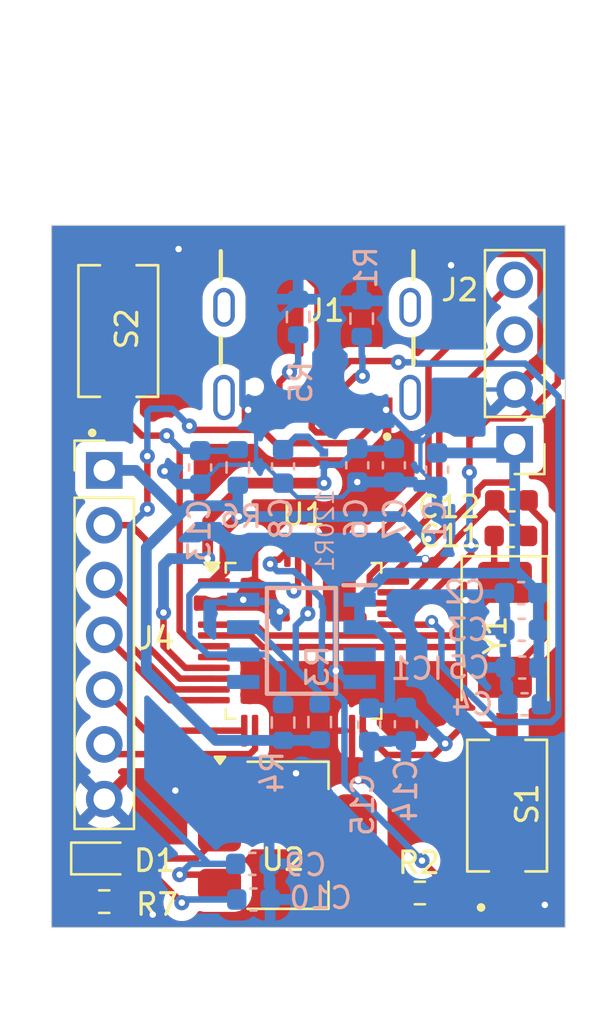
<source format=kicad_pcb>
(kicad_pcb (version 20241229) (generator "pcbnew") (generator_version "9.0")
  (layers (0 "F.Cu" signal) (2 "B.Cu" signal) (13 "F.Paste" user) (15 "B.Paste" user) (5 "F.SilkS" user "F.Silkscreen") (7 "B.SilkS" user "B.Silkscreen") (1 "F.Mask" user) (3 "B.Mask" user) (25 "Edge.Cuts" user))
  (net 0 "")
  (net 1 "Net-(120R1-Pad2)")
  (net 2 "+3.3VA")
  (net 3 "GND")
  (net 4 "+3.3V")
  (net 5 "VBUS")
  (net 6 "Net-(D1-A)")
  (net 7 "/HSE_IN")
  (net 8 "/HSE_OUT")
  (net 9 "/NRST")
  (net 10 "Net-(D1-K)")
  (net 13 "/PB6")
  (net 14 "/PB7")
  (net 15 "/USB_D-")
  (net 16 "SHELL_GND")
  (net 17 "Net-(J1-CC1)")
  (net 18 "SHELL_GND_1")
  (net 20 "Net-(J1-CC2)")
  (net 21 "/USB_D+")
  (net 22 "SHELL_GND_2")
  (net 24 "SHELL_GND_3")
  (net 25 "/SWDIO")
  (net 26 "/SWCLK")
  (net 27 "/PA1")
  (net 28 "/PA2")
  (net 29 "/PA0")
  (net 30 "/PA4")
  (net 31 "/PA3")
  (net 32 "/BOOT0")
  (footprint "Capacitor_SMD:C_0603_1608Metric" (layer "F.Cu") (at 157.625 74.35)
    (property "Reference" "C11")
    (property "Value" "22p")
  )
  (footprint "Resistor_SMD:R_0603_1608Metric" (layer "F.Cu") (at 153.4 90.9)
    (property "Reference" "R2")
    (property "Value" "10k")
  )
  (footprint "Crystal:Crystal_SMD_0603-2Pin_6.0x3.5mm" (layer "F.Cu") (at 157.35 78.7 -90)
    (property "Reference" "Y1")
    (property "Value" "Crystal")
  )
  (footprint "Connector_PinHeader_2.54mm:PinHeader_1x04_P2.54mm_Vertical" (layer "F.Cu") (at 157.8 70.1 180)
    (property "Reference" "J2")
    (property "Value" "SWD_Debugger")
  )
  (footprint "LED_SMD:LED_0603_1608Metric" (layer "F.Cu") (at 138.7 89.3)
    (property "Reference" "D1")
    (property "Value" "LED")
  )
  (footprint "Package_TO_SOT_SMD:SOT-223-3_TabPin2" (layer "F.Cu") (at 147.25 88.225)
    (property "Reference" "U2")
    (property "Value" "AMS1117-3.3")
  )
  (footprint "Package_QFP:LQFP-48_7x7mm_P0.5mm" (layer "F.Cu") (at 148 79.2125)
    (property "Reference" "U1")
    (property "Value" "STM32F103C8T6")
  )
  (footprint "USB_C:GCT_USB4105GFA" (layer "F.Cu") (at 148.63 63.75 180)
    (property "Reference" "J1")
    (property "Value" "USB4105GFA")
  )
  (footprint "Capacitor_SMD:C_0603_1608Metric" (layer "F.Cu") (at 157.65 72.7 180)
    (property "Reference" "C12")
    (property "Value" "22p")
  )
  (footprint "ts09:SW_TS09-63-25-R-160-SMT-TR" (layer "F.Cu") (at 139.4 64.85 90)
    (property "Reference" "S2")
    (property "Value" "TS09")
  )
  (footprint "ts09:SW_TS09-63-25-R-160-SMT-TR" (layer "F.Cu") (at 157.45 86.85 90)
    (property "Reference" "S1")
    (property "Value" "TS09")
  )
  (footprint "Resistor_SMD:R_0603_1608Metric" (layer "F.Cu") (at 138.75 91.3 180)
    (property "Reference" "R7")
    (property "Value" "1k5")
  )
  (footprint "Connector_PinHeader_2.54mm:PinHeader_1x07_P2.54mm_Vertical" (layer "F.Cu") (at 138.75 71.31)
    (property "Reference" "J4")
    (property "Value" "DUMMY_PINS")
  )
  (footprint "Capacitor_SMD:C_0603_1608Metric" (layer "B.Cu") (at 150.49442 71.07442 -90)
    (property "Reference" "C6")
    (property "Value" "10u")
  )
  (footprint "Capacitor_SMD:C_0603_1608Metric" (layer "B.Cu") (at 158.15 80.45 180)
    (property "Reference" "C5")
    (property "Value" "10u")
  )
  (footprint "Capacitor_SMD:C_0603_1608Metric" (layer "B.Cu") (at 152.19442 71.07442 -90)
    (property "Reference" "C7")
    (property "Value" "1u")
  )
  (footprint "Resistor_SMD:R_0603_1608Metric" (layer "B.Cu") (at 147.05 83 90)
    (property "Reference" "R4")
    (property "Value" "4k7")
  )
  (footprint "Capacitor_SMD:C_0603_1608Metric" (layer "B.Cu") (at 158.1 77 180)
    (property "Reference" "C2")
    (property "Value" "100n")
  )
  (footprint "Resistor_SMD:R_0603_1608Metric" (layer "B.Cu") (at 150.7 64.275 90)
    (property "Reference" "R1")
    (property "Value" "5k1")
  )
  (footprint "Resistor_SMD:R_0603_1608Metric" (layer "B.Cu") (at 148.75 82.975 90)
    (property "Reference" "R3")
    (property "Value" "4k7")
  )
  (footprint "Capacitor_SMD:C_0603_1608Metric" (layer "B.Cu") (at 151.05 83.1 -90)
    (property "Reference" "C15")
    (property "Value" "100n")
  )
  (footprint "Capacitor_SMD:C_0603_1608Metric" (layer "B.Cu") (at 145.625 89.55)
    (property "Reference" "C9")
    (property "Value" "22u")
  )
  (footprint "Capacitor_SMD:C_0603_1608Metric" (layer "B.Cu") (at 158.125 78.7 180)
    (property "Reference" "C3")
    (property "Value" "100n")
  )
  (footprint "Resistor_SMD:R_0603_1608Metric" (layer "B.Cu") (at 147.75 64.2 90)
    (property "Reference" "R5")
    (property "Value" "5k1")
  )
  (footprint "Capacitor_SMD:C_0603_1608Metric" (layer "B.Cu") (at 152.75 83.075 -90)
    (property "Reference" "C14")
    (property "Value" "1u")
  )
  (footprint "Resistor_SMD:R_0603_1608Metric" (layer "B.Cu") (at 144.95 71.175 90)
    (property "Reference" "R6")
    (property "Value" "10k")
  )
  (footprint "Capacitor_SMD:C_0603_1608Metric" (layer "B.Cu") (at 158.26 82.15 180)
    (property "Reference" "C4")
    (property "Value" "100n")
  )
  (footprint "ferrite_bead:BEADC0603X33N" (layer "B.Cu") (at 148.94442 70.76842 90)
    (property "Reference" "120R1")
    (property "Value" "FerriteBead")
  )
  (footprint "AS5600:SOIC127P600X175-8N" (layer "B.Cu") (at 147.9 79.2125 180)
    (property "Reference" "IC1")
    (property "Value" "AS5600-ASOT")
  )
  (footprint "Capacitor_SMD:C_0603_1608Metric" (layer "B.Cu") (at 147.05 71.125 -90)
    (property "Reference" "C8")
    (property "Value" "1u")
  )
  (footprint "Capacitor_SMD:C_0603_1608Metric" (layer "B.Cu") (at 145.675 91.2)
    (property "Reference" "C10")
    (property "Value" "22u")
  )
  (footprint "Capacitor_SMD:C_0603_1608Metric" (layer "B.Cu") (at 154.2 71.275 -90)
    (property "Reference" "C1")
    (property "Value" "100n")
  )
  (footprint "Capacitor_SMD:C_0603_1608Metric" (layer "B.Cu") (at 143.2 71.175 -90)
    (property "Reference" "C13")
    (property "Value" "100n")
  )
  (gr_rect (start 136.3 59.95) (end 160.15 92.5) (stroke (width 0.05)) (fill no) (layer "Edge.Cuts"))
  (segment (start 147.65 69.75) (end 148.207 69.75) (width 0.3) (layer "B.Cu") (net 1))
  (segment (start 147.05 70.35) (end 147.65 69.75) (width 0.3) (layer "B.Cu") (net 1))
  (segment (start 148.207 69.75) (end 148.94442 70.48742) (width 0.3) (layer "B.Cu") (net 1))
  (segment (start 141.5 77.9) (end 141.5 79.45) (width 0.3) (layer "F.Cu") (net 2))
  (segment (start 141.5 79.45) (end 142.5125 80.4625) (width 0.3) (layer "F.Cu") (net 2))
  (segment (start 142.5125 80.4625) (end 143.8375 80.4625) (width 0.3) (layer "F.Cu") (net 2))
  (segment (start 143.55 73.65) (end 145.3 71.9) (width 0.5) (layer "F.Cu") (net 2))
  (segment (start 145.3 71.9) (end 148.95 71.9) (width 0.5) (layer "F.Cu") (net 2))
  (segment (start 143.55 75.4) (end 143.55 73.65) (width 0.5) (layer "F.Cu") (net 2))
  (via (at 143.55 75.4) (size 0.7) (drill 0.3) (layers "F.Cu" "B.Cu") (net 2))
  (via (at 141.5 77.9) (size 0.7) (drill 0.3) (layers "F.Cu" "B.Cu") (net 2))
  (via (at 148.95 71.9) (size 0.7) (drill 0.3) (layers "F.Cu" "B.Cu") (net 2))
  (segment (start 141.5 75.7) (end 141.5 77.9) (width 0.5) (layer "B.Cu") (net 2))
  (segment (start 150.49442 70.29942) (end 152.19442 70.29942) (width 0.3) (layer "B.Cu") (net 2))
  (segment (start 143.55 75.4) (end 141.8 75.4) (width 0.5) (layer "B.Cu") (net 2))
  (segment (start 148.94442 71.89442) (end 148.95 71.9) (width 0.3) (layer "B.Cu") (net 2))
  (segment (start 141.8 75.4) (end 141.5 75.7) (width 0.5) (layer "B.Cu") (net 2))
  (segment (start 148.94442 71.04942) (end 148.94442 71.89442) (width 0.3) (layer "B.Cu") (net 2))
  (segment (start 148.94442 71.04942) (end 149.74442 71.04942) (width 0.3) (layer "B.Cu") (net 2))
  (segment (start 149.74442 71.04942) (end 150.49442 70.29942) (width 0.3) (layer "B.Cu") (net 2))
  (segment (start 159.001 61.982529) (end 158.297471 61.279) (width 0.3) (layer "F.Cu") (net 3))
  (segment (start 146.49148 80.6) (end 145.85398 79.9625) (width 0.3) (layer "F.Cu") (net 3))
  (segment (start 149.8 73.05) (end 150.49442 72.35558) (width 0.3) (layer "F.Cu") (net 3))
  (segment (start 150.25 85.372182) (end 150.25 83.375) (width 0.3) (layer "F.Cu") (net 3))
  (segment (start 156.875 72.7) (end 153.65 75.925) (width 0.3) (layer "F.Cu") (net 3))
  (segment (start 151.83 68.505) (end 151.83 70.51384) (width 0.3) (layer "F.Cu") (net 3))
  (segment (start 153.65 75.925) (end 153.65 76.317034) (width 0.3) (layer "F.Cu") (net 3))
  (segment (start 151.83 70.51384) (end 150.49442 71.84942) (width 0.3) (layer "F.Cu") (net 3))
  (segment (start 159.001 66.359) (end 159.001 61.982529) (width 0.3) (layer "F.Cu") (net 3))
  (segment (start 147.75 73.05) (end 149.8 73.05) (width 0.3) (layer "F.Cu") (net 3))
  (segment (start 156.875 72.825) (end 158.4 74.35) (width 0.3) (layer "F.Cu") (net 3))
  (segment (start 153.65 76.317034) (end 153.004534 76.9625) (width 0.3) (layer "F.Cu") (net 3))
  (segment (start 145.85398 79.9625) (end 143.8375 79.9625) (width 0.3) (layer "F.Cu") (net 3))
  (segment (start 145.2 77.3075) (end 145.751 76.7565) (width 0.3) (layer "F.Cu") (net 3))
  (segment (start 149.501 80.6) (end 146.49148 80.6) (width 0.3) (layer "F.Cu") (net 3))
  (segment (start 158.297471 61.279) (end 155.371 61.279) (width 0.3) (layer "F.Cu") (net 3))
  (segment (start 145.75 75.05) (end 147.75 73.05) (width 0.3) (layer "F.Cu") (net 3))
  (segment (start 153.65 75.424) (end 153.65 75.925) (width 0.3) (layer "F.Cu") (net 3))
  (segment (start 153.004534 76.9625) (end 152.1625 76.9625) (width 0.3) (layer "F.Cu") (net 3))
  (segment (start 139.575 91.3) (end 140.4 91.3) (width 0.3) (layer "F.Cu") (net 3))
  (segment (start 155.371 61.279) (end 154.85 61.8) (width 0.3) (layer "F.Cu") (net 3))
  (segment (start 156.875 72.7) (end 156.875 72.825) (width 0.3) (layer "F.Cu") (net 3))
  (segment (start 150.538909 85.661091) (end 150.25 85.372182) (width 0.3) (layer "F.Cu") (net 3))
  (segment (start 140.4 91.3) (end 141 91.9) (width 0.3) (layer "F.Cu") (net 3))
  (segment (start 145.751 76.7565) (end 145.751 75.05) (width 0.3) (layer "F.Cu") (net 3))
  (segment (start 157.8 67.56) (end 159.001 66.359) (width 0.3) (layer "F.Cu") (net 3))
  (segment (start 150.49442 72.35558) (end 150.49442 71.84942) (width 0.3) (layer "F.Cu") (net 3))
  (via (at 141 91.9) (size 0.7) (drill 0.3) (layers "F.Cu" "B.Cu") (net 3))
  (via (at 145.43 68.505) (size 0.4) (drill 0.3) (layers "F.Cu" "B.Cu") (net 3))
  (via (at 150.49442 71.84942) (size 0.7) (drill 0.3) (layers "F.Cu" "B.Cu") (net 3))
  (via (at 151.83 68.505) (size 0.4) (drill 0.3) (layers "F.Cu" "B.Cu") (net 3))
  (via (at 146.9 77.85) (size 0.7) (drill 0.3) (layers "F.Cu" "B.Cu") (net 3))
  (via (at 147.65 85.35) (size 0.7) (drill 0.3) (layers "F.Cu" "B.Cu") (net 3))
  (via (at 141.55 71.35) (size 0.7) (drill 0.3) (layers "F.Cu" "B.Cu") (net 3))
  (via (at 159.2 91.45) (size 0.7) (drill 0.3) (layers "F.Cu" "B.Cu") (net 3))
  (via (at 142.05 86.15) (size 0.7) (drill 0.3) (layers "F.Cu" "B.Cu") (net 3))
  (via (at 155.530025 77.330025) (size 0.7) (drill 0.3) (layers "F.Cu" "B.Cu") (net 3))
  (via (at 150.538909 85.661091) (size 0.4) (drill 0.3) (layers "F.Cu" "B.Cu") (net 3))
  (via (at 154.85 61.8) (size 0.7) (drill 0.3) (layers "F.Cu" "B.Cu") (net 3))
  (via (at 145.2 77.3075) (size 0.4) (drill 0.3) (layers "F.Cu" "B.Cu") (net 3))
  (via (at 149.501 80.6) (size 0.7) (drill 0.3) (layers "F.Cu" "B.Cu") (net 3))
  (via (at 142.2 61.05) (size 0.7) (drill 0.3) (layers "F.Cu" "B.Cu") (net 3))
  (via (at 153.65 75.424) (size 0.4) (drill 0.3) (layers "F.Cu" "B.Cu") (net 3))
  (segment (start 150.7065 75.424) (end 153.65 75.424) (width 0.3) (layer "B.Cu") (net 3))
  (segment (start 150.6 81.1175) (end 150.0185 81.1175) (width 0.3) (layer "B.Cu") (net 3))
  (segment (start 152.19442 71.84942) (end 153.99942 71.84942) (width 0.2) (layer "B.Cu") (net 3))
  (segment (start 157.485 82.15) (end 157.485 80.56) (width 0.3) (layer "B.Cu") (net 3))
  (segment (start 153.99942 71.84942) (end 154.2 72.05) (width 0.2) (layer "B.Cu") (net 3))
  (segment (start 146.45 91.2) (end 146.45 91.15) (width 0.3) (layer "B.Cu") (net 3))
  (segment (start 147.75 63.375) (end 150.625 63.375) (width 0.3) (layer "B.Cu") (net 3))
  (segment (start 155.91489 67.56) (end 157.8 67.56) (width 0.2) (layer "B.Cu") (net 3))
  (segment (start 149.499 80.598) (end 149.499 76.6315) (width 0.3) (layer "B.Cu") (net 3))
  (segment (start 155.86005 77) (end 155.530025 77.330025) (width 0.3) (layer "B.Cu") (net 3))
  (segment (start 145.43 68.505) (end 145.164 68.239) (width 0.3) (layer "B.Cu") (net 3))
  (segment (start 145.164 68.239) (end 145.164 65.961) (width 0.3) (layer "B.Cu") (net 3))
  (segment (start 147.701 72.551) (end 149.79284 72.551) (width 0.2) (layer "B.Cu") (net 3))
  (segment (start 145.43 68.505) (end 145.8 68.875) (width 0.2) (layer "B.Cu") (net 3))
  (segment (start 157.35 77.025) (end 157.325 77) (width 0.3) (layer "B.Cu") (net 3))
  (segment (start 157.325 77) (end 155.86005 77) (width 0.3) (layer "B.Cu") (net 3))
  (segment (start 157.35 78.7) (end 157.35 77.025) (width 0.3) (layer "B.Cu") (net 3))
  (segment (start 153.177089 69.927089) (end 153.477089 69.927089) (width 0.3) (layer "B.Cu") (net 3))
  (segment (start 157.375 80.45) (end 157.375 78.725) (width 0.3) (layer "B.Cu") (net 3))
  (segment (start 145.164 65.961) (end 147.75 63.375) (width 0.3) (layer "B.Cu") (net 3))
  (segment (start 143.2 71.95) (end 142.15 71.95) (width 0.3) (layer "B.Cu") (net 3))
  (segment (start 150.9 85.3) (end 150.9 84.025) (width 0.3) (layer "B.Cu") (net 3))
  (segment (start 145.8 71.05) (end 146.2 71.05) (width 0.2) (layer "B.Cu") (net 3))
  (segment (start 145.2 77.3075) (end 146.3575 77.3075) (width 0.2) (layer "B.Cu") (net 3))
  (segment (start 157.375 78.725) (end 157.35 78.7) (width 0.3) (layer "B.Cu") (net 3))
  (segment (start 146.3575 77.3075) (end 146.9 77.85) (width 0.2) (layer "B.Cu") (net 3))
  (segment (start 153.424 71.274) (end 153.424 70.05089) (width 0.2) (layer "B.Cu") (net 3))
  (segment (start 151.83 68.505) (end 151.83 68.58178) (width 0.3) (layer "B.Cu") (net 3))
  (segment (start 149.499 76.6315) (end 150.7065 75.424) (width 0.3) (layer "B.Cu") (net 3))
  (segment (start 150.625 63.375) (end 150.7 63.45) (width 0.3) (layer "B.Cu") (net 3))
  (segment (start 149.79284 72.551) (end 150.49442 71.84942) (width 0.2) (layer "B.Cu") (net 3))
  (segment (start 144.1 71.05) (end 145.8 71.05) (width 0.2) (layer "B.Cu") (net 3))
  (segment (start 147.05 71.9) (end 147.701 72.551) (width 0.2) (layer "B.Cu") (net 3))
  (segment (start 150.0185 81.1175) (end 149.501 80.6) (width 0.3) (layer "B.Cu") (net 3))
  (segment (start 145.8 68.875) (end 145.8 71.05) (width 0.2) (layer "B.Cu") (net 3))
  (segment (start 149.501 80.6) (end 149.499 80.598) (width 0.3) (layer "B.Cu") (net 3))
  (segment (start 143.2 71.95) (end 144.1 71.05) (width 0.2) (layer "B.Cu") (net 3))
  (segment (start 142.15 71.95) (end 141.55 71.35) (width 0.3) (layer "B.Cu") (net 3))
  (segment (start 150.538909 85.661091) (end 150.9 85.3) (width 0.3) (layer "B.Cu") (net 3))
  (segment (start 152.95 69.7) (end 153.177089 69.927089) (width 0.3) (layer "B.Cu") (net 3))
  (segment (start 152.94822 69.7) (end 152.95 69.7) (width 0.3) (layer "B.Cu") (net 3))
  (segment (start 150.9 84.025) (end 151.05 83.875) (width 0.3) (layer "B.Cu") (net 3))
  (segment (start 157.485 80.56) (end 157.375 80.45) (width 0.3) (layer "B.Cu") (net 3))
  (segment (start 150.49442 71.84942) (end 152.19442 71.84942) (width 0.2) (layer "B.Cu") (net 3))
  (segment (start 146.2 71.05) (end 147.05 71.9) (width 0.2) (layer "B.Cu") (net 3))
  (segment (start 151.83 68.58178) (end 152.94822 69.7) (width 0.3) (layer "B.Cu") (net 3))
  (segment (start 153.424 70.05089) (end 155.91489 67.56) (width 0.2) (layer "B.Cu") (net 3))
  (segment (start 154.2 72.05) (end 153.424 71.274) (width 0.2) (layer "B.Cu") (net 3))
  (segment (start 155.45 83.1) (end 157.45 83.1) (width 0.3) (layer "F.Cu") (net 4))
  (segment (start 145 73.45) (end 144.35 74.1) (width 0.5) (layer "F.Cu") (net 4))
  (segment (start 144.35 74.1) (end 144.35 74.7) (width 0.5) (layer "F.Cu") (net 4))
  (segment (start 156.074 72.205178) (end 156.405178 71.874) (width 0.3) (layer "F.Cu") (net 4))
  (segment (start 154.060411 74.489589) (end 156.074 72.476) (width 0.3) (layer "F.Cu") (net 4))
  (segment (start 153.789589 74.489589) (end 154.060411 74.489589) (width 0.3) (layer "F.Cu") (net 4))
  (segment (start 143.8375 76.4625) (end 144.35 75.95) (width 0.5) (layer "F.Cu") (net 4))
  (segment (start 144.35 74.95) (end 144.35 74.7) (width 0.5) (layer "F.Cu") (net 4))
  (segment (start 157.8 71.65) (end 157.8 70.1) (width 0.3) (layer "F.Cu") (net 4))
  (segment (start 152.1625 76.4625) (end 152.1625 76.116678) (width 0.3) (layer "F.Cu") (net 4))
  (segment (start 154.05 84.5) (end 154.575 83.975) (width 0.3) (layer "F.Cu") (net 4))
  (segment (start 144.35 74.95) (end 145.149 74.95) (width 0.5) (layer "F.Cu") (net 4))
  (segment (start 152.1625 76.116678) (end 153.789589 74.489589) (width 0.3) (layer "F.Cu") (net 4))
  (segment (start 151.875 84.5) (end 154.05 84.5) (width 0.3) (layer "F.Cu") (net 4))
  (segment (start 156.074 72.476) (end 156.074 72.205178) (width 0.3) (layer "F.Cu") (net 4))
  (segment (start 157.576 71.874) (end 157.8 71.65) (width 0.3) (layer "F.Cu") (net 4))
  (segment (start 154.575 83.975) (end 155.45 83.1) (width 0.3) (layer "F.Cu") (net 4))
  (segment (start 156.405178 71.874) (end 157.576 71.874) (width 0.3) (layer "F.Cu") (net 4))
  (segment (start 145.149 74.95) (end 145.149 75.05) (width 0.5) (layer "F.Cu") (net 4))
  (segment (start 144.35 75.95) (end 144.35 74.95) (width 0.5) (layer "F.Cu") (net 4))
  (segment (start 150.75 83.375) (end 151.875 84.5) (width 0.3) (layer "F.Cu") (net 4))
  (via (at 154.575 83.975) (size 0.7) (drill 0.3) (layers "F.Cu" "B.Cu") (net 4))
  (via (at 145 73.45) (size 0.7) (drill 0.3) (layers "F.Cu" "B.Cu") (net 4))
  (via (at 153.789589 74.489589) (size 0.7) (drill 0.3) (layers "F.Cu" "B.Cu") (net 4))
  (segment (start 157.8 75.9) (end 157.8 70.1) (width 0.5) (layer "B.Cu") (net 4))
  (segment (start 150.6 77.3075) (end 150.6 78.5775) (width 0.5) (layer "B.Cu") (net 4))
  (segment (start 144.95 73.4) (end 145 73.45) (width 0.3) (layer "B.Cu") (net 4))
  (segment (start 152.75 82.3) (end 152.9 82.3) (width 0.5) (layer "B.Cu") (net 4))
  (segment (start 152 79.2705) (end 152 82.325) (width 0.5) (layer "B.Cu") (net 4))
  (segment (start 150.6 78.5775) (end 151.307 78.5775) (width 0.5) (layer "B.Cu") (net 4))
  (segment (start 140.7 80.6) (end 140.7 74.9) (width 0.5) (layer "B.Cu") (net 4))
  (segment (start 153.789589 74.489589) (end 152.75 73.45) (width 0.5) (layer "B.Cu") (net 4))
  (segment (start 158.9 77.025) (end 158.875 77) (width 0.5) (layer "B.Cu") (net 4))
  (segment (start 144.95 72) (end 144.95 72.95) (width 0.5) (layer "B.Cu") (net 4))
  (segment (start 152 82.325) (end 152.725 82.325) (width 0.5) (layer "B.Cu") (net 4))
  (segment (start 152.75 73.45) (end 145 73.45) (width 0.5) (layer "B.Cu") (net 4))
  (segment (start 143.925 83.825) (end 140.7 80.6) (width 0.5) (layer "B.Cu") (net 4))
  (segment (start 151.307 78.5775) (end 152 79.2705) (width 0.5) (layer "B.Cu") (net 4))
  (segment (start 158.9 78.7) (end 158.9 77.025) (width 0.5) (layer "B.Cu") (net 4))
  (segment (start 144.95 72.95) (end 144.95 73.4) (width 0.5) (layer "B.Cu") (net 4))
  (segment (start 147.05 83.825) (end 143.925 83.825) (width 0.5) (layer "B.Cu") (net 4))
  (segment (start 142.65 72.95) (end 144.95 72.95) (width 0.5) (layer "B.Cu") (net 4))
  (segment (start 150.6 77.3075) (end 151.8335 76.074) (width 0.5) (layer "B.Cu") (net 4))
  (segment (start 151.05 82.325) (end 152 82.325) (width 0.5) (layer "B.Cu") (net 4))
  (segment (start 158.925 80.45) (end 158.925 78.725) (width 0.5) (layer "B.Cu") (net 4))
  (segment (start 154.2 70.5) (end 157.4 70.5) (width 0.5) (layer "B.Cu") (net 4))
  (segment (start 144.95 72) (end 144.8 72) (width 0.3) (layer "B.Cu") (net 4))
  (segment (start 140.7 74.9) (end 142.25 73.35) (width 0.5) (layer "B.Cu") (net 4))
  (segment (start 140.21 71.31) (end 142.25 73.35) (width 0.5) (layer "B.Cu") (net 4))
  (segment (start 158.875 76.975) (end 157.974 76.074) (width 0.5) (layer "B.Cu") (net 4))
  (segment (start 159.035 80.56) (end 158.925 80.45) (width 0.5) (layer "B.Cu") (net 4))
  (segment (start 152.9 82.3) (end 154.575 83.975) (width 0.5) (layer "B.Cu") (net 4))
  (segment (start 151.8335 76.074) (end 157.974 76.074) (width 0.5) (layer "B.Cu") (net 4))
  (segment (start 138.75 71.31) (end 140.21 71.31) (width 0.5) (layer "B.Cu") (net 4))
  (segment (start 152.725 82.325) (end 152.75 82.3) (width 0.5) (layer "B.Cu") (net 4))
  (segment (start 157.974 76.074) (end 157.8 75.9) (width 0.5) (layer "B.Cu") (net 4))
  (segment (start 142.25 73.35) (end 142.65 72.95) (width 0.5) (layer "B.Cu") (net 4))
  (segment (start 158.925 78.725) (end 158.9 78.7) (width 0.5) (layer "B.Cu") (net 4))
  (segment (start 148.725 83.825) (end 148.75 83.8) (width 0.5) (layer "B.Cu") (net 4))
  (segment (start 158.875 77) (end 158.875 76.975) (width 0.5) (layer "B.Cu") (net 4))
  (segment (start 147.05 83.825) (end 148.725 83.825) (width 0.5) (layer "B.Cu") (net 4))
  (segment (start 159.035 82.15) (end 159.035 80.56) (width 0.5) (layer "B.Cu") (net 4))
  (segment (start 157.4 70.5) (end 157.8 70.1) (width 0.5) (layer "B.Cu") (net 4))
  (segment (start 142.881 69.431) (end 146.081 69.431) (width 0.3) (layer "F.Cu") (net 5))
  (segment (start 146.23 69.282) (end 146.23 68.505) (width 0.3) (layer "F.Cu") (net 5))
  (segment (start 150.36 70.05) (end 151.03 69.38) (width 0.3) (layer "F.Cu") (net 5))
  (segment (start 140.75 73.1) (end 140.75 70.65) (width 0.3) (layer "F.Cu") (net 5))
  (segment (start 146.081 69.431) (end 146.7 70.05) (width 0.3) (layer "F.Cu") (net 5))
  (segment (start 146.7 70.05) (end 150.36 70.05) (width 0.3) (layer "F.Cu") (net 5))
  (segment (start 143.625 90.05) (end 144.1 90.525) (width 0.3) (layer "F.Cu") (net 5))
  (segment (start 142.7 69.25) (end 142.881 69.431) (width 0.3) (layer "F.Cu") (net 5))
  (segment (start 151.03 69.38) (end 151.03 68.505) (width 0.3) (layer "F.Cu") (net 5))
  (segment (start 146.081 69.431) (end 146.23 69.282) (width 0.3) (layer "F.Cu") (net 5))
  (segment (start 142.25 90.05) (end 143.625 90.05) (width 0.3) (layer "F.Cu") (net 5))
  (via (at 142.7 69.25) (size 0.7) (drill 0.3) (layers "F.Cu" "B.Cu") (net 5))
  (via (at 140.75 73.1) (size 0.7) (drill 0.3) (layers "F.Cu" "B.Cu") (net 5))
  (via (at 142.25 90.05) (size 0.7) (drill 0.3) (layers "F.Cu" "B.Cu") (net 5))
  (via (at 140.75 70.65) (size 0.7) (drill 0.3) (layers "F.Cu" "B.Cu") (net 5))
  (segment (start 144.85 89.55) (end 143.6 89.55) (width 0.3) (layer "B.Cu") (net 5))
  (segment (start 143.6 89.55) (end 142.75 89.55) (width 0.3) (layer "B.Cu") (net 5))
  (segment (start 143.6 89.55) (end 139.951 85.901) (width 0.3) (layer "B.Cu") (net 5))
  (segment (start 140.75 68.6) (end 140.9 68.45) (width 0.3) (layer "B.Cu") (net 5))
  (segment (start 139.951 85.901) (end 139.951 73.899) (width 0.3) (layer "B.Cu") (net 5))
  (segment (start 140.75 70.65) (end 140.75 68.6) (width 0.3) (layer "B.Cu") (net 5))
  (segment (start 140.9 68.45) (end 141.9 68.45) (width 0.3) (layer "B.Cu") (net 5))
  (segment (start 141.9 68.45) (end 142.7 69.25) (width 0.3) (layer "B.Cu") (net 5))
  (segment (start 142.75 89.55) (end 142.25 90.05) (width 0.3) (layer "B.Cu") (net 5))
  (segment (start 139.951 73.899) (end 140.75 73.1) (width 0.3) (layer "B.Cu") (net 5))
  (segment (start 143.025 89.3) (end 144.1 88.225) (width 0.3) (layer "F.Cu") (net 6))
  (segment (start 139.4875 89.3) (end 141.25 89.3) (width 0.3) (layer "F.Cu") (net 6))
  (segment (start 141.25 90.25) (end 141.25 89.3) (width 0.3) (layer "F.Cu") (net 6))
  (segment (start 142.35 91.35) (end 141.25 90.25) (width 0.3) (layer "F.Cu") (net 6))
  (segment (start 150.4 88.225) (end 144.1 88.225) (width 0.3) (layer "F.Cu") (net 6))
  (segment (start 141.25 89.3) (end 143.025 89.3) (width 0.3) (layer "F.Cu") (net 6))
  (via (at 142.35 91.35) (size 0.7) (drill 0.3) (layers "F.Cu" "B.Cu") (net 6))
  (segment (start 144.9 91.2) (end 142.5 91.2) (width 0.3) (layer "B.Cu") (net 6))
  (segment (start 142.5 91.2) (end 142.35 91.35) (width 0.3) (layer "B.Cu") (net 6))
  (segment (start 156.85 74.7) (end 156.85 76) (width 0.3) (layer "F.Cu") (net 7))
  (segment (start 154.8865 78.9635) (end 146.27202 78.9635) (width 0.3) (layer "F.Cu") (net 7))
  (segment (start 156.85 76) (end 157.35 76.5) (width 0.3) (layer "F.Cu") (net 7))
  (segment (start 146.27202 78.9635) (end 145.77102 78.4625) (width 0.3) (layer "F.Cu") (net 7))
  (segment (start 157.35 76.5) (end 154.8865 78.9635) (width 0.3) (layer "F.Cu") (net 7))
  (segment (start 145.77102 78.4625) (end 143.8375 78.4625) (width 0.3) (layer "F.Cu") (net 7))
  (segment (start 158.425 72.95) (end 159.201 73.726) (width 0.3) (layer "F.Cu") (net 8))
  (segment (start 157.35 80.9) (end 155.95 79.5) (width 0.3) (layer "F.Cu") (net 8))
  (segment (start 145.5625 78.9625) (end 143.8375 78.9625) (width 0.3) (layer "F.Cu") (net 8))
  (segment (start 155.95 79.5) (end 146.1 79.5) (width 0.3) (layer "F.Cu") (net 8))
  (segment (start 159.201 79.049) (end 157.35 80.9) (width 0.3) (layer "F.Cu") (net 8))
  (segment (start 159.201 73.726) (end 159.201 79.049) (width 0.3) (layer "F.Cu") (net 8))
  (segment (start 146.1 79.5) (end 145.5625 78.9625) (width 0.3) (layer "F.Cu") (net 8))
  (segment (start 141.65 69.7) (end 140.5 69.7) (width 0.3) (layer "F.Cu") (net 9))
  (segment (start 140.5 69.7) (end 139.4 68.6) (width 0.3) (layer "F.Cu") (net 9))
  (segment (start 142.25 70.3) (end 141.65 69.7) (width 0.3) (layer "F.Cu") (net 9))
  (segment (start 143.8375 79.4625) (end 142.9625 79.4625) (width 0.3) (layer "F.Cu") (net 9))
  (segment (start 142.25 78.75) (end 142.25 70.3) (width 0.3) (layer "F.Cu") (net 9))
  (segment (start 142.9625 79.4625) (end 142.25 78.75) (width 0.3) (layer "F.Cu") (net 9))
  (via (at 141.65 69.7) (size 0.7) (drill 0.3) (layers "F.Cu" "B.Cu") (net 9))
  (segment (start 143.2 70.4) (end 144.9 70.4) (width 0.3) (layer "B.Cu") (net 9))
  (segment (start 143.2 70.4) (end 142.35 70.4) (width 0.3) (layer "B.Cu") (net 9))
  (segment (start 142.35 70.4) (end 141.65 69.7) (width 0.3) (layer "B.Cu") (net 9))
  (segment (start 144.9 70.4) (end 144.95 70.35) (width 0.3) (layer "B.Cu") (net 9))
  (segment (start 137.9125 89.3) (end 137.9125 91.2875) (width 0.3) (layer "F.Cu") (net 10))
  (segment (start 137.9125 91.2875) (end 137.925 91.3) (width 0.3) (layer "F.Cu") (net 10))
  (segment (start 148.25 75.05) (end 148.25 77.9) (width 0.3) (layer "F.Cu") (net 13))
  (segment (start 148.25 77.9) (end 148.2 77.95) (width 0.3) (layer "F.Cu") (net 13))
  (via (at 148.2 77.95) (size 0.7) (drill 0.3) (layers "F.Cu" "B.Cu") (net 13))
  (segment (start 145.707 78.5775) (end 145.2 78.5775) (width 0.3) (layer "B.Cu") (net 13))
  (segment (start 148.75 82.15) (end 148.75 81.6205) (width 0.3) (layer "B.Cu") (net 13))
  (segment (start 147.63975 78.51025) (end 147.63975 80.51025) (width 0.3) (layer "B.Cu") (net 13))
  (segment (start 148.75 81.6205) (end 147.63975 80.51025) (width 0.3) (layer "B.Cu") (net 13))
  (segment (start 148.2 77.95) (end 147.63975 78.51025) (width 0.3) (layer "B.Cu") (net 13))
  (segment (start 147.63975 80.51025) (end 145.707 78.5775) (width 0.3) (layer "B.Cu") (net 13))
  (segment (start 147.75 75.05) (end 147.75 76.7) (width 0.3) (layer "F.Cu") (net 14))
  (segment (start 147.75 76.7) (end 147.55 76.9) (width 0.3) (layer "F.Cu") (net 14))
  (via (at 147.55 76.9) (size 0.7) (drill 0.3) (layers "F.Cu" "B.Cu") (net 14))
  (segment (start 147.05 82.175) (end 147.05 80.6475) (width 0.3) (layer "B.Cu") (net 14))
  (segment (start 142.7 79) (end 143.5475 79.8475) (width 0.3) (layer "B.Cu") (net 14))
  (segment (start 147.2815 76.6315) (end 143.1685 76.6315) (width 0.3) (layer "B.Cu") (net 14))
  (segment (start 147.55 76.9) (end 147.2815 76.6315) (width 0.3) (layer "B.Cu") (net 14))
  (segment (start 143.1685 76.6315) (end 142.7 77.1) (width 0.3) (layer "B.Cu") (net 14))
  (segment (start 146.25 79.8475) (end 145.2 79.8475) (width 0.3) (layer "B.Cu") (net 14))
  (segment (start 143.5475 79.8475) (end 145.2 79.8475) (width 0.3) (layer "B.Cu") (net 14))
  (segment (start 142.7 77.1) (end 142.7 79) (width 0.3) (layer "B.Cu") (net 14))
  (segment (start 147.05 80.6475) (end 146.25 79.8475) (width 0.3) (layer "B.Cu") (net 14))
  (segment (start 153.95 78.3135) (end 153.8 78.4635) (width 0.3) (layer "F.Cu") (net 15))
  (segment (start 150.1 66.3) (end 150.159339 66.240661) (width 0.3) (layer "F.Cu") (net 15))
  (segment (start 148.599 69.549) (end 149.263 69.549) (width 0.3) (layer "F.Cu") (net 15))
  (segment (start 152.340661 66.240661) (end 152.4 66.3) (width 0.3) (layer "F.Cu") (net 15))
  (segment (start 153.8 78.4635) (end 152.1625 78.4635) (width 0.3) (layer "F.Cu") (net 15))
  (segment (start 149.38 69.432) (end 149.38 68.505) (width 0.3) (layer "F.Cu") (net 15))
  (segment (start 148.38 69.33) (end 148.599 69.549) (width 0.3) (layer "F.Cu") (net 15))
  (segment (start 148.38 68.505) (end 148.38 69.33) (width 0.3) (layer "F.Cu") (net 15))
  (segment (start 150.159339 66.240661) (end 152.340661 66.240661) (width 0.3) (layer "F.Cu") (net 15))
  (segment (start 149.38 67.02) (end 150.1 66.3) (width 0.3) (layer "F.Cu") (net 15))
  (segment (start 149.263 69.549) (end 149.38 69.432) (width 0.3) (layer "F.Cu") (net 15))
  (segment (start 149.38 68.505) (end 149.38 67.02) (width 0.3) (layer "F.Cu") (net 15))
  (via (at 153.95 78.3135) (size 0.6) (drill 0.3) (layers "F.Cu" "B.Cu") (net 15))
  (via (at 152.4 66.3) (size 0.7) (drill 0.3) (layers "F.Cu" "B.Cu") (net 15))
  (segment (start 154.4 80.360822) (end 157.015178 82.976) (width 0.3) (layer "B.Cu") (net 15))
  (segment (start 159.504822 82.976) (end 159.836 82.644822) (width 0.3) (layer "B.Cu") (net 15))
  (segment (start 153.159774 66.3) (end 153.218774 66.359) (width 0.3) (layer "B.Cu") (net 15))
  (segment (start 154.4 78.7635) (end 154.4 80.360822) (width 0.3) (layer "B.Cu") (net 15))
  (segment (start 157.015178 82.976) (end 159.504822 82.976) (width 0.3) (layer "B.Cu") (net 15))
  (segment (start 159.836 82.644822) (end 159.836 67.897529) (width 0.3) (layer "B.Cu") (net 15))
  (segment (start 152.4 66.3) (end 153.159774 66.3) (width 0.3) (layer "B.Cu") (net 15))
  (segment (start 153.95 78.3135) (end 154.4 78.7635) (width 0.3) (layer "B.Cu") (net 15))
  (segment (start 159.836 67.897529) (end 158.297471 66.359) (width 0.3) (layer "B.Cu") (net 15))
  (segment (start 158.297471 66.359) (end 153.218774 66.359) (width 0.3) (layer "B.Cu") (net 15))
  (segment (start 149.88 67.48) (end 149.88 68.505) (width 0.3) (layer "F.Cu") (net 17))
  (segment (start 150.734411 66.941661) (end 150.418339 66.941661) (width 0.3) (layer "F.Cu") (net 17))
  (segment (start 150.418339 66.941661) (end 149.88 67.48) (width 0.3) (layer "F.Cu") (net 17))
  (via (at 150.734411 66.941661) (size 0.7) (drill 0.3) (layers "F.Cu" "B.Cu") (net 17))
  (segment (start 150.734411 66.034411) (end 150.7 66) (width 0.3) (layer "B.Cu") (net 17))
  (segment (start 150.7 66) (end 150.7 65.1) (width 0.3) (layer "B.Cu") (net 17))
  (segment (start 150.734411 66.941661) (end 150.734411 66.034411) (width 0.3) (layer "B.Cu") (net 17))
  (segment (start 146.88 67.22) (end 146.88 68.505) (width 0.3) (layer "F.Cu") (net 20))
  (segment (start 147.35 66.75) (end 146.88 67.22) (width 0.3) (layer "F.Cu") (net 20))
  (via (at 147.35 66.75) (size 0.7) (drill 0.3) (layers "F.Cu" "B.Cu") (net 20))
  (segment (start 147.75 65.025) (end 147.75 66.35) (width 0.3) (layer "B.Cu") (net 20))
  (segment (start 147.75 66.35) (end 147.35 66.75) (width 0.3) (layer "B.Cu") (net 20))
  (segment (start 148.95 60.5) (end 159.1 60.5) (width 0.3) (layer "F.Cu") (net 21))
  (segment (start 153.004534 77.9625) (end 152.1625 77.9625) (width 0.3) (layer "F.Cu") (net 21))
  (segment (start 147.88 68.505) (end 147.88 67.78) (width 0.3) (layer "F.Cu") (net 21))
  (segment (start 147.88 67.78) (end 148.405 67.255) (width 0.3) (layer "F.Cu") (net 21))
  (segment (start 148.25 62.4) (end 148.25 61.2) (width 0.3) (layer "F.Cu") (net 21))
  (segment (start 155.7 69.798) (end 155.7 71.4) (width 0.3) (layer "F.Cu") (net 21))
  (segment (start 148.405 67.255) (end 148.65 67.01) (width 0.3) (layer "F.Cu") (net 21))
  (segment (start 159.8 61.2) (end 159.8 67.258471) (width 0.3) (layer "F.Cu") (net 21))
  (segment (start 148.88 68.505) (end 148.88 67.73) (width 0.3) (layer "F.Cu") (net 21))
  (segment (start 158.159471 68.899) (end 156.599 68.899) (width 0.3) (layer "F.Cu") (net 21))
  (segment (start 159.1 60.5) (end 159.8 61.2) (width 0.3) (layer "F.Cu") (net 21))
  (segment (start 148.25 61.2) (end 148.95 60.5) (width 0.3) (layer "F.Cu") (net 21))
  (segment (start 156.599 68.899) (end 155.7 69.798) (width 0.3) (layer "F.Cu") (net 21))
  (segment (start 155.782475 75.184559) (end 153.004534 77.9625) (width 0.3) (layer "F.Cu") (net 21))
  (segment (start 148.65 67.01) (end 148.65 62.8) (width 0.3) (layer "F.Cu") (net 21))
  (segment (start 148.88 67.73) (end 148.405 67.255) (width 0.3) (layer "F.Cu") (net 21))
  (segment (start 155.782475 74.782475) (end 155.782475 75.184559) (width 0.3) (layer "F.Cu") (net 21))
  (segment (start 159.8 67.258471) (end 158.159471 68.899) (width 0.3) (layer "F.Cu") (net 21))
  (segment (start 148.65 62.8) (end 148.25 62.4) (width 0.3) (layer "F.Cu") (net 21))
  (via (at 155.7 71.4) (size 0.7) (drill 0.3) (layers "F.Cu" "B.Cu") (net 21))
  (via (at 155.782475 74.782475) (size 0.7) (drill 0.3) (layers "F.Cu" "B.Cu") (net 21))
  (segment (start 155.7 74.7) (end 155.782475 74.782475) (width 0.3) (layer "B.Cu") (net 21))
  (segment (start 155.7 71.4) (end 155.7 74.7) (width 0.3) (layer "B.Cu") (net 21))
  (segment (start 151.074 77.216034) (end 151.320466 77.4625) (width 0.3) (layer "F.Cu") (net 25))
  (segment (start 151.074 76.208966) (end 151.074 77.216034) (width 0.3) (layer "F.Cu") (net 25))
  (segment (start 154.302 68.518) (end 154.302 72.980966) (width 0.3) (layer "F.Cu") (net 25))
  (segment (start 151.320466 77.4625) (end 152.1625 77.4625) (width 0.3) (layer "F.Cu") (net 25))
  (segment (start 157.8 65.02) (end 154.302 68.518) (width 0.3) (layer "F.Cu") (net 25))
  (segment (start 154.302 72.980966) (end 151.074 76.208966) (width 0.3) (layer "F.Cu") (net 25))
  (segment (start 153.801 66.479) (end 153.801 71.999) (width 0.3) (layer "F.Cu") (net 26))
  (segment (start 157.8 62.48) (end 153.801 66.479) (width 0.3) (layer "F.Cu") (net 26))
  (segment (start 153.801 71.999) (end 150.75 75.05) (width 0.3) (layer "F.Cu") (net 26))
  (segment (start 141.995466 81.4625) (end 143.8375 81.4625) (width 0.3) (layer "F.Cu") (net 27))
  (segment (start 139.951 77.591) (end 139.951 79.418034) (width 0.3) (layer "F.Cu") (net 27))
  (segment (start 139.951 79.418034) (end 141.995466 81.4625) (width 0.3) (layer "F.Cu") (net 27))
  (segment (start 138.75 76.39) (end 139.951 77.591) (width 0.3) (layer "F.Cu") (net 27))
  (segment (start 141.7825 81.9625) (end 143.8375 81.9625) (width 0.3) (layer "F.Cu") (net 28))
  (segment (start 138.75 78.93) (end 141.7825 81.9625) (width 0.3) (layer "F.Cu") (net 28))
  (segment (start 140.7 79.4) (end 142.2625 80.9625) (width 0.3) (layer "F.Cu") (net 29))
  (segment (start 140.7 74.55) (end 140.7 79.4) (width 0.3) (layer "F.Cu") (net 29))
  (segment (start 142.2625 80.9625) (end 143.8375 80.9625) (width 0.3) (layer "F.Cu") (net 29))
  (segment (start 138.75 73.85) (end 140 73.85) (width 0.3) (layer "F.Cu") (net 29))
  (segment (start 140 73.85) (end 140.7 74.55) (width 0.3) (layer "F.Cu") (net 29))
  (segment (start 145.503534 84.4635) (end 145.75 84.217034) (width 0.3) (layer "F.Cu") (net 30))
  (segment (start 138.75 84.01) (end 139.2035 84.4635) (width 0.3) (layer "F.Cu") (net 30))
  (segment (start 145.75 84.217034) (end 145.75 83.375) (width 0.3) (layer "F.Cu") (net 30))
  (segment (start 139.2035 84.4635) (end 145.503534 84.4635) (width 0.3) (layer "F.Cu") (net 30))
  (segment (start 138.75 81.47) (end 140.655 83.375) (width 0.3) (layer "F.Cu") (net 31))
  (segment (start 140.655 83.375) (end 145.25 83.375) (width 0.3) (layer "F.Cu") (net 31))
  (segment (start 146.85 75.45) (end 147.25 75.05) (width 0.3) (layer "F.Cu") (net 32))
  (segment (start 154.225 90.9) (end 154.225 90.125) (width 0.3) (layer "F.Cu") (net 32))
  (segment (start 146.651 75.45) (end 146.85 75.45) (width 0.3) (layer "F.Cu") (net 32))
  (segment (start 154.525 90.6) (end 154.225 90.9) (width 0.3) (layer "F.Cu") (net 32))
  (segment (start 157.45 90.6) (end 154.525 90.6) (width 0.3) (layer "F.Cu") (net 32))
  (segment (start 154.225 90.125) (end 153.5 89.4) (width 0.3) (layer "F.Cu") (net 32))
  (segment (start 146.451 75.65) (end 146.651 75.45) (width 0.3) (layer "F.Cu") (net 32))
  (via (at 146.451 75.65) (size 0.7) (drill 0.3) (layers "F.Cu" "B.Cu") (net 32))
  (via (at 153.5 89.4) (size 0.7) (drill 0.3) (layers "F.Cu" "B.Cu") (net 32))
  (segment (start 149.653274 81.7935) (end 149.9 82.040226) (width 0.3) (layer "B.Cu") (net 32))
  (segment (start 148.851 77.609636) (end 148.901 77.659636) (width 0.3) (layer "B.Cu") (net 32))
  (segment (start 148.851 78.290364) (end 148.851 80.258636) (width 0.3) (layer "B.Cu") (net 32))
  (segment (start 149.210636 81.301) (end 149.49348 81.301) (width 0.3) (layer "B.Cu") (net 32))
  (segment (start 149.9 82.040226) (end 149.9 85.8) (width 0.3) (layer "B.Cu") (net 32))
  (segment (start 146.451 75.65) (end 146.7825 75.9815) (width 0.3) (layer "B.Cu") (net 32))
  (segment (start 147.769654 76.199) (end 147.840364 76.199) (width 0.3) (layer "B.Cu") (net 32))
  (segment (start 148.901 77.659636) (end 148.901 78.240364) (width 0.3) (layer "B.Cu") (net 32))
  (segment (start 149.576 81.7935) (end 149.653274 81.7935) (width 0.3) (layer "B.Cu") (net 32))
  (segment (start 147.552154 75.9815) (end 147.769654 76.199) (width 0.3) (layer "B.Cu") (net 32))
  (segment (start 148.851 80.258636) (end 148.8 80.309636) (width 0.3) (layer "B.Cu") (net 32))
  (segment (start 149.49348 81.301) (end 149.499 81.30652) (width 0.3) (layer "B.Cu") (net 32))
  (segment (start 149.499 81.30652) (end 149.499 81.639226) (width 0.3) (layer "B.Cu") (net 32))
  (segment (start 148.901 78.240364) (end 148.851 78.290364) (width 0.3) (layer "B.Cu") (net 32))
  (segment (start 148.251 76.609636) (end 148.251 76.680346) (width 0.3) (layer "B.Cu") (net 32))
  (segment (start 149.499 81.639226) (end 149.576 81.716226) (width 0.3) (layer "B.Cu") (net 32))
  (segment (start 146.7825 75.9815) (end 147.552154 75.9815) (width 0.3) (layer "B.Cu") (net 32))
  (segment (start 147.840364 76.199) (end 148.251 76.609636) (width 0.3) (layer "B.Cu") (net 32))
  (segment (start 148.251 76.680346) (end 148.851 77.280346) (width 0.3) (layer "B.Cu") (net 32))
  (segment (start 148.851 77.280346) (end 148.851 77.609636) (width 0.3) (layer "B.Cu") (net 32))
  (segment (start 149.576 81.716226) (end 149.576 81.7935) (width 0.3) (layer "B.Cu") (net 32))
  (segment (start 148.8 80.890364) (end 149.210636 81.301) (width 0.3) (layer "B.Cu") (net 32))
  (segment (start 148.8 80.309636) (end 148.8 80.890364) (width 0.3) (layer "B.Cu") (net 32))
  (segment (start 149.9 85.8) (end 153.5 89.4) (width 0.3) (layer "B.Cu") (net 32))
  (zone (net 3) (net_name "GND") (layers "F.Cu" "B.Cu") (connect_pads (clearance 0.5)) (min_thickness 0.25) (fill yes (thermal_gap 0.5) (thermal_bridge_width 0.5))
    (polygon (pts (xy 136.3 59.95) (xy 160.15 59.95) (xy 160.15 92.5) (xy 136.3 92.5)))
  )
)
</source>
